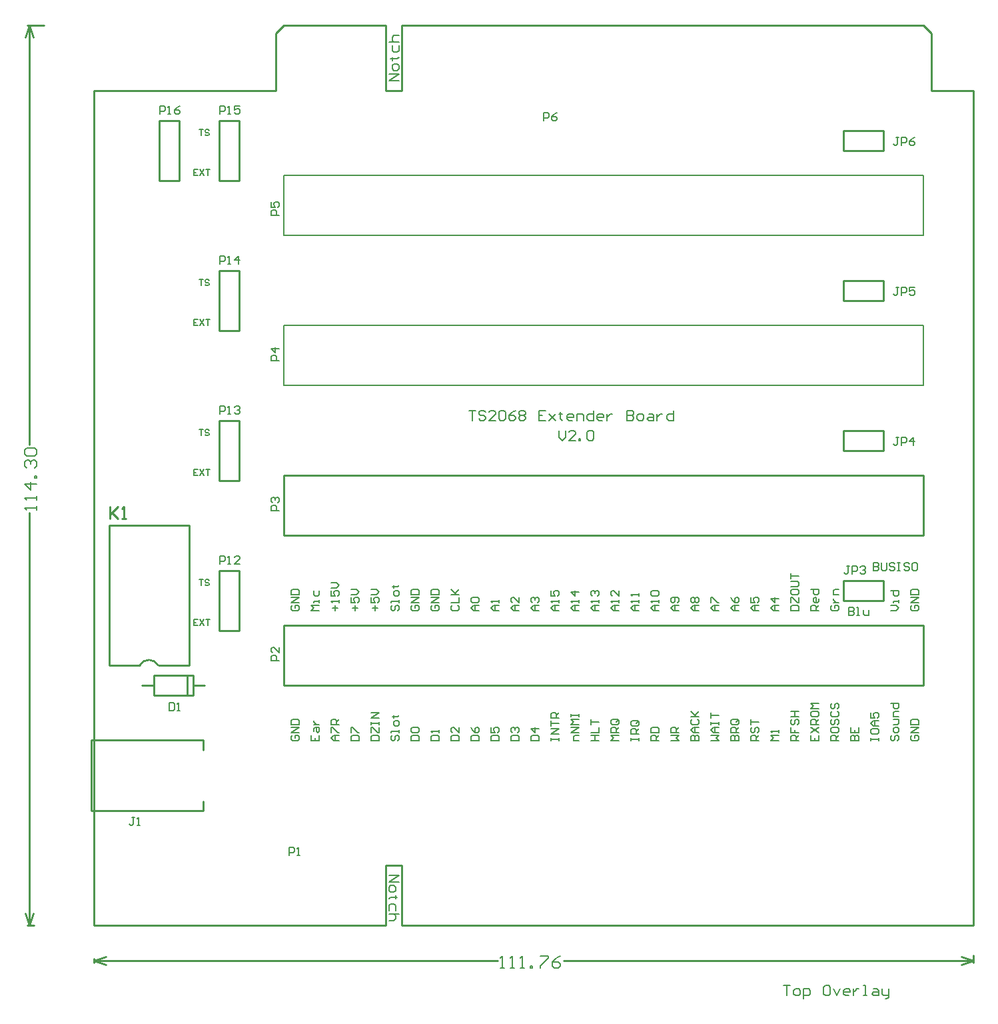
<source format=gto>
G04*
G04 #@! TF.GenerationSoftware,Altium Limited,CircuitStudio,1.5.2 (30)*
G04*
G04 Layer_Color=6750207*
%FSLAX25Y25*%
%MOIN*%
G70*
G01*
G75*
%ADD15C,0.00800*%
%ADD16C,0.01000*%
%ADD17C,0.00600*%
%ADD31C,0.00787*%
D15*
X617666Y441499D02*
X616333D01*
X616999D01*
Y438166D01*
X616333Y437500D01*
X615666D01*
X615000Y438166D01*
X618999Y437500D02*
Y441499D01*
X620998D01*
X621664Y440832D01*
Y439499D01*
X620998Y438833D01*
X618999D01*
X624997Y437500D02*
Y441499D01*
X622997Y439499D01*
X625663D01*
X617666Y516499D02*
X616333D01*
X616999D01*
Y513166D01*
X616333Y512500D01*
X615666D01*
X615000Y513166D01*
X618999Y512500D02*
Y516499D01*
X620998D01*
X621664Y515832D01*
Y514499D01*
X620998Y513833D01*
X618999D01*
X625663Y516499D02*
X622997D01*
Y514499D01*
X624330Y515166D01*
X624997D01*
X625663Y514499D01*
Y513166D01*
X624997Y512500D01*
X623664D01*
X622997Y513166D01*
X617666Y591499D02*
X616333D01*
X616999D01*
Y588166D01*
X616333Y587500D01*
X615666D01*
X615000Y588166D01*
X618999Y587500D02*
Y591499D01*
X620998D01*
X621664Y590832D01*
Y589499D01*
X620998Y588833D01*
X618999D01*
X625663Y591499D02*
X624330Y590832D01*
X622997Y589499D01*
Y588166D01*
X623664Y587500D01*
X624997D01*
X625663Y588166D01*
Y588833D01*
X624997Y589499D01*
X622997D01*
X252500Y308999D02*
Y305000D01*
X254499D01*
X255166Y305666D01*
Y308332D01*
X254499Y308999D01*
X252500D01*
X256499Y305000D02*
X257832D01*
X257165D01*
Y308999D01*
X256499Y308332D01*
X277800Y603300D02*
Y607299D01*
X279799D01*
X280466Y606632D01*
Y605299D01*
X279799Y604633D01*
X277800D01*
X281799Y603300D02*
X283132D01*
X282465D01*
Y607299D01*
X281799Y606632D01*
X287797Y607299D02*
X285131D01*
Y605299D01*
X286464Y605966D01*
X287130D01*
X287797Y605299D01*
Y603966D01*
X287130Y603300D01*
X285797D01*
X285131Y603966D01*
X247800Y603300D02*
Y607299D01*
X249799D01*
X250466Y606632D01*
Y605299D01*
X249799Y604633D01*
X247800D01*
X251799Y603300D02*
X253132D01*
X252465D01*
Y607299D01*
X251799Y606632D01*
X257797Y607299D02*
X256464Y606632D01*
X255131Y605299D01*
Y603966D01*
X255797Y603300D01*
X257130D01*
X257797Y603966D01*
Y604633D01*
X257130Y605299D01*
X255131D01*
X277800Y453300D02*
Y457299D01*
X279799D01*
X280466Y456632D01*
Y455299D01*
X279799Y454633D01*
X277800D01*
X281799Y453300D02*
X283132D01*
X282465D01*
Y457299D01*
X281799Y456632D01*
X285131D02*
X285797Y457299D01*
X287130D01*
X287797Y456632D01*
Y455966D01*
X287130Y455299D01*
X286464D01*
X287130D01*
X287797Y454633D01*
Y453966D01*
X287130Y453300D01*
X285797D01*
X285131Y453966D01*
X277800Y528300D02*
Y532299D01*
X279799D01*
X280466Y531632D01*
Y530299D01*
X279799Y529633D01*
X277800D01*
X281799Y528300D02*
X283132D01*
X282465D01*
Y532299D01*
X281799Y531632D01*
X287130Y528300D02*
Y532299D01*
X285131Y530299D01*
X287797D01*
X277800Y378300D02*
Y382299D01*
X279799D01*
X280466Y381632D01*
Y380299D01*
X279799Y379633D01*
X277800D01*
X281799Y378300D02*
X283132D01*
X282465D01*
Y382299D01*
X281799Y381632D01*
X287797Y378300D02*
X285131D01*
X287797Y380966D01*
Y381632D01*
X287130Y382299D01*
X285797D01*
X285131Y381632D01*
X592966Y377299D02*
X591633D01*
X592299D01*
Y373966D01*
X591633Y373300D01*
X590966D01*
X590300Y373966D01*
X594299Y373300D02*
Y377299D01*
X596298D01*
X596965Y376632D01*
Y375299D01*
X596298Y374633D01*
X594299D01*
X598297Y376632D02*
X598964Y377299D01*
X600297D01*
X600963Y376632D01*
Y375966D01*
X600297Y375299D01*
X599630D01*
X600297D01*
X600963Y374633D01*
Y373966D01*
X600297Y373300D01*
X598964D01*
X598297Y373966D01*
X307500Y552500D02*
X303501D01*
Y554499D01*
X304168Y555166D01*
X305501D01*
X306167Y554499D01*
Y552500D01*
X303501Y559164D02*
Y556499D01*
X305501D01*
X304834Y557832D01*
Y558498D01*
X305501Y559164D01*
X306834D01*
X307500Y558498D01*
Y557165D01*
X306834Y556499D01*
X307500Y480000D02*
X303501D01*
Y481999D01*
X304168Y482666D01*
X305501D01*
X306167Y481999D01*
Y480000D01*
X307500Y485998D02*
X303501D01*
X305501Y483999D01*
Y486664D01*
X307500Y405000D02*
X303501D01*
Y406999D01*
X304168Y407666D01*
X305501D01*
X306167Y406999D01*
Y405000D01*
X304168Y408999D02*
X303501Y409665D01*
Y410998D01*
X304168Y411664D01*
X304834D01*
X305501Y410998D01*
Y410332D01*
Y410998D01*
X306167Y411664D01*
X306834D01*
X307500Y410998D01*
Y409665D01*
X306834Y408999D01*
X307500Y330000D02*
X303501D01*
Y331999D01*
X304168Y332666D01*
X305501D01*
X306167Y331999D01*
Y330000D01*
X307500Y336665D02*
Y333999D01*
X304834Y336665D01*
X304168D01*
X303501Y335998D01*
Y334665D01*
X304168Y333999D01*
X440000Y600000D02*
Y603999D01*
X441999D01*
X442666Y603332D01*
Y601999D01*
X441999Y601333D01*
X440000D01*
X446664Y603999D02*
X445332Y603332D01*
X443999Y601999D01*
Y600666D01*
X444665Y600000D01*
X445998D01*
X446664Y600666D01*
Y601333D01*
X445998Y601999D01*
X443999D01*
X312500Y232500D02*
Y236499D01*
X314499D01*
X315166Y235832D01*
Y234499D01*
X314499Y233833D01*
X312500D01*
X316499Y232500D02*
X317832D01*
X317165D01*
Y236499D01*
X316499Y235832D01*
X235166Y251499D02*
X233833D01*
X234499D01*
Y248166D01*
X233833Y247500D01*
X233166D01*
X232500Y248166D01*
X236499Y247500D02*
X237832D01*
X237165D01*
Y251499D01*
X236499Y250832D01*
X447500Y444998D02*
Y441666D01*
X449166Y440000D01*
X450832Y441666D01*
Y444998D01*
X455831Y440000D02*
X452498D01*
X455831Y443332D01*
Y444165D01*
X454998Y444998D01*
X453331D01*
X452498Y444165D01*
X457497Y440000D02*
Y440833D01*
X458330D01*
Y440000D01*
X457497D01*
X461662Y444165D02*
X462495Y444998D01*
X464161D01*
X464994Y444165D01*
Y440833D01*
X464161Y440000D01*
X462495D01*
X461662Y440833D01*
Y444165D01*
X402500Y454998D02*
X405832D01*
X404166D01*
Y450000D01*
X410831Y454165D02*
X409998Y454998D01*
X408331D01*
X407498Y454165D01*
Y453332D01*
X408331Y452499D01*
X409998D01*
X410831Y451666D01*
Y450833D01*
X409998Y450000D01*
X408331D01*
X407498Y450833D01*
X415829Y450000D02*
X412497D01*
X415829Y453332D01*
Y454165D01*
X414996Y454998D01*
X413330D01*
X412497Y454165D01*
X417495D02*
X418328Y454998D01*
X419994D01*
X420827Y454165D01*
Y450833D01*
X419994Y450000D01*
X418328D01*
X417495Y450833D01*
Y454165D01*
X425826Y454998D02*
X424160Y454165D01*
X422494Y452499D01*
Y450833D01*
X423327Y450000D01*
X424993D01*
X425826Y450833D01*
Y451666D01*
X424993Y452499D01*
X422494D01*
X427492Y454165D02*
X428325Y454998D01*
X429991D01*
X430824Y454165D01*
Y453332D01*
X429991Y452499D01*
X430824Y451666D01*
Y450833D01*
X429991Y450000D01*
X428325D01*
X427492Y450833D01*
Y451666D01*
X428325Y452499D01*
X427492Y453332D01*
Y454165D01*
X428325Y452499D02*
X429991D01*
X440821Y454998D02*
X437489D01*
Y450000D01*
X440821D01*
X437489Y452499D02*
X439155D01*
X442487Y453332D02*
X445819Y450000D01*
X444153Y451666D01*
X445819Y453332D01*
X442487Y450000D01*
X448318Y454165D02*
Y453332D01*
X447485D01*
X449152D01*
X448318D01*
Y450833D01*
X449152Y450000D01*
X454150D02*
X452484D01*
X451651Y450833D01*
Y452499D01*
X452484Y453332D01*
X454150D01*
X454983Y452499D01*
Y451666D01*
X451651D01*
X456649Y450000D02*
Y453332D01*
X459148D01*
X459981Y452499D01*
Y450000D01*
X464980Y454998D02*
Y450000D01*
X462481D01*
X461648Y450833D01*
Y452499D01*
X462481Y453332D01*
X464980D01*
X469145Y450000D02*
X467479D01*
X466646Y450833D01*
Y452499D01*
X467479Y453332D01*
X469145D01*
X469978Y452499D01*
Y451666D01*
X466646D01*
X471644Y453332D02*
Y450000D01*
Y451666D01*
X472477Y452499D01*
X473310Y453332D01*
X474144D01*
X481641Y454998D02*
Y450000D01*
X484140D01*
X484973Y450833D01*
Y451666D01*
X484140Y452499D01*
X481641D01*
X484140D01*
X484973Y453332D01*
Y454165D01*
X484140Y454998D01*
X481641D01*
X487472Y450000D02*
X489139D01*
X489972Y450833D01*
Y452499D01*
X489139Y453332D01*
X487472D01*
X486639Y452499D01*
Y450833D01*
X487472Y450000D01*
X492471Y453332D02*
X494137D01*
X494970Y452499D01*
Y450000D01*
X492471D01*
X491638Y450833D01*
X492471Y451666D01*
X494970D01*
X496636Y453332D02*
Y450000D01*
Y451666D01*
X497469Y452499D01*
X498302Y453332D01*
X499135D01*
X504967Y454998D02*
Y450000D01*
X502468D01*
X501635Y450833D01*
Y452499D01*
X502468Y453332D01*
X504967D01*
X327500Y355000D02*
X323501D01*
X324834Y356333D01*
X323501Y357666D01*
X327500D01*
Y358999D02*
Y360332D01*
Y359665D01*
X324834D01*
Y358999D01*
Y364997D02*
Y362998D01*
X325501Y362331D01*
X326834D01*
X327500Y362998D01*
Y364997D01*
X613501Y355000D02*
X616167D01*
X617500Y356333D01*
X616167Y357666D01*
X613501D01*
X617500Y358999D02*
Y360332D01*
Y359665D01*
X614834D01*
Y358999D01*
X613501Y364997D02*
X617500D01*
Y362998D01*
X616834Y362331D01*
X615501D01*
X614834Y362998D01*
Y364997D01*
X592500Y356499D02*
Y352500D01*
X594499D01*
X595166Y353166D01*
Y353833D01*
X594499Y354499D01*
X592500D01*
X594499D01*
X595166Y355166D01*
Y355832D01*
X594499Y356499D01*
X592500D01*
X596499Y352500D02*
X597832D01*
X597165D01*
Y356499D01*
X596499D01*
X599831Y355166D02*
Y353166D01*
X600497Y352500D01*
X602497D01*
Y355166D01*
X584168Y357666D02*
X583501Y356999D01*
Y355666D01*
X584168Y355000D01*
X586834D01*
X587500Y355666D01*
Y356999D01*
X586834Y357666D01*
X585501D01*
Y356333D01*
X584834Y358999D02*
X587500D01*
X586167D01*
X585501Y359665D01*
X584834Y360332D01*
Y360998D01*
X587500Y362998D02*
X584834D01*
Y364997D01*
X585501Y365663D01*
X587500D01*
X577500Y355000D02*
X573501D01*
Y356999D01*
X574168Y357666D01*
X575501D01*
X576167Y356999D01*
Y355000D01*
Y356333D02*
X577500Y357666D01*
Y360998D02*
Y359665D01*
X576834Y358999D01*
X575501D01*
X574834Y359665D01*
Y360998D01*
X575501Y361665D01*
X576167D01*
Y358999D01*
X573501Y365663D02*
X577500D01*
Y363664D01*
X576834Y362998D01*
X575501D01*
X574834Y363664D01*
Y365663D01*
X364168Y357666D02*
X363501Y356999D01*
Y355666D01*
X364168Y355000D01*
X364834D01*
X365501Y355666D01*
Y356999D01*
X366167Y357666D01*
X366834D01*
X367500Y356999D01*
Y355666D01*
X366834Y355000D01*
X367500Y358999D02*
Y360332D01*
Y359665D01*
X363501D01*
Y358999D01*
X367500Y362998D02*
Y364330D01*
X366834Y364997D01*
X365501D01*
X364834Y364330D01*
Y362998D01*
X365501Y362331D01*
X366834D01*
X367500Y362998D01*
X364168Y366996D02*
X364834D01*
Y366330D01*
Y367663D01*
Y366996D01*
X366834D01*
X367500Y367663D01*
X355501Y355000D02*
Y357666D01*
X354168Y356333D02*
X356834D01*
X353501Y361665D02*
Y358999D01*
X355501D01*
X354834Y360332D01*
Y360998D01*
X355501Y361665D01*
X356834D01*
X357500Y360998D01*
Y359665D01*
X356834Y358999D01*
X353501Y362998D02*
X356167D01*
X357500Y364330D01*
X356167Y365663D01*
X353501D01*
X314168Y357666D02*
X313501Y356999D01*
Y355666D01*
X314168Y355000D01*
X316834D01*
X317500Y355666D01*
Y356999D01*
X316834Y357666D01*
X315501D01*
Y356333D01*
X317500Y358999D02*
X313501D01*
X317500Y361665D01*
X313501D01*
Y362998D02*
X317500D01*
Y364997D01*
X316834Y365663D01*
X314168D01*
X313501Y364997D01*
Y362998D01*
X345501Y355000D02*
Y357666D01*
X344168Y356333D02*
X346834D01*
X343501Y361665D02*
Y358999D01*
X345501D01*
X344834Y360332D01*
Y360998D01*
X345501Y361665D01*
X346834D01*
X347500Y360998D01*
Y359665D01*
X346834Y358999D01*
X343501Y362998D02*
X346167D01*
X347500Y364330D01*
X346167Y365663D01*
X343501D01*
X374168Y357666D02*
X373501Y356999D01*
Y355666D01*
X374168Y355000D01*
X376834D01*
X377500Y355666D01*
Y356999D01*
X376834Y357666D01*
X375501D01*
Y356333D01*
X377500Y358999D02*
X373501D01*
X377500Y361665D01*
X373501D01*
Y362998D02*
X377500D01*
Y364997D01*
X376834Y365663D01*
X374168D01*
X373501Y364997D01*
Y362998D01*
X384168Y357666D02*
X383501Y356999D01*
Y355666D01*
X384168Y355000D01*
X386834D01*
X387500Y355666D01*
Y356999D01*
X386834Y357666D01*
X385501D01*
Y356333D01*
X387500Y358999D02*
X383501D01*
X387500Y361665D01*
X383501D01*
Y362998D02*
X387500D01*
Y364997D01*
X386834Y365663D01*
X384168D01*
X383501Y364997D01*
Y362998D01*
X394168Y357666D02*
X393501Y356999D01*
Y355666D01*
X394168Y355000D01*
X396834D01*
X397500Y355666D01*
Y356999D01*
X396834Y357666D01*
X393501Y358999D02*
X397500D01*
Y361665D01*
X393501Y362998D02*
X397500D01*
X396167D01*
X393501Y365663D01*
X395501Y363664D01*
X397500Y365663D01*
X407500Y355000D02*
X404834D01*
X403501Y356333D01*
X404834Y357666D01*
X407500D01*
X405501D01*
Y355000D01*
X404168Y358999D02*
X403501Y359665D01*
Y360998D01*
X404168Y361665D01*
X406834D01*
X407500Y360998D01*
Y359665D01*
X406834Y358999D01*
X404168D01*
X417500Y355000D02*
X414834D01*
X413501Y356333D01*
X414834Y357666D01*
X417500D01*
X415501D01*
Y355000D01*
X417500Y358999D02*
Y360332D01*
Y359665D01*
X413501D01*
X414168Y358999D01*
X427500Y355000D02*
X424834D01*
X423501Y356333D01*
X424834Y357666D01*
X427500D01*
X425501D01*
Y355000D01*
X427500Y361665D02*
Y358999D01*
X424834Y361665D01*
X424168D01*
X423501Y360998D01*
Y359665D01*
X424168Y358999D01*
X437500Y355000D02*
X434834D01*
X433501Y356333D01*
X434834Y357666D01*
X437500D01*
X435501D01*
Y355000D01*
X434168Y358999D02*
X433501Y359665D01*
Y360998D01*
X434168Y361665D01*
X434834D01*
X435501Y360998D01*
Y360332D01*
Y360998D01*
X436167Y361665D01*
X436834D01*
X437500Y360998D01*
Y359665D01*
X436834Y358999D01*
X447500Y355000D02*
X444834D01*
X443501Y356333D01*
X444834Y357666D01*
X447500D01*
X445501D01*
Y355000D01*
X447500Y358999D02*
Y360332D01*
Y359665D01*
X443501D01*
X444168Y358999D01*
X443501Y364997D02*
Y362331D01*
X445501D01*
X444834Y363664D01*
Y364330D01*
X445501Y364997D01*
X446834D01*
X447500Y364330D01*
Y362998D01*
X446834Y362331D01*
X457500Y355000D02*
X454834D01*
X453501Y356333D01*
X454834Y357666D01*
X457500D01*
X455501D01*
Y355000D01*
X457500Y358999D02*
Y360332D01*
Y359665D01*
X453501D01*
X454168Y358999D01*
X457500Y364330D02*
X453501D01*
X455501Y362331D01*
Y364997D01*
X467500Y355000D02*
X464834D01*
X463501Y356333D01*
X464834Y357666D01*
X467500D01*
X465501D01*
Y355000D01*
X467500Y358999D02*
Y360332D01*
Y359665D01*
X463501D01*
X464168Y358999D01*
Y362331D02*
X463501Y362998D01*
Y364330D01*
X464168Y364997D01*
X464834D01*
X465501Y364330D01*
Y363664D01*
Y364330D01*
X466167Y364997D01*
X466834D01*
X467500Y364330D01*
Y362998D01*
X466834Y362331D01*
X477500Y355000D02*
X474834D01*
X473501Y356333D01*
X474834Y357666D01*
X477500D01*
X475501D01*
Y355000D01*
X477500Y358999D02*
Y360332D01*
Y359665D01*
X473501D01*
X474168Y358999D01*
X477500Y364997D02*
Y362331D01*
X474834Y364997D01*
X474168D01*
X473501Y364330D01*
Y362998D01*
X474168Y362331D01*
X487500Y355000D02*
X484834D01*
X483501Y356333D01*
X484834Y357666D01*
X487500D01*
X485501D01*
Y355000D01*
X487500Y358999D02*
Y360332D01*
Y359665D01*
X483501D01*
X484168Y358999D01*
X487500Y362331D02*
Y363664D01*
Y362998D01*
X483501D01*
X484168Y362331D01*
X497500Y355000D02*
X494834D01*
X493501Y356333D01*
X494834Y357666D01*
X497500D01*
X495501D01*
Y355000D01*
X497500Y358999D02*
Y360332D01*
Y359665D01*
X493501D01*
X494168Y358999D01*
Y362331D02*
X493501Y362998D01*
Y364330D01*
X494168Y364997D01*
X496834D01*
X497500Y364330D01*
Y362998D01*
X496834Y362331D01*
X494168D01*
X507500Y355000D02*
X504834D01*
X503501Y356333D01*
X504834Y357666D01*
X507500D01*
X505501D01*
Y355000D01*
X506834Y358999D02*
X507500Y359665D01*
Y360998D01*
X506834Y361665D01*
X504168D01*
X503501Y360998D01*
Y359665D01*
X504168Y358999D01*
X504834D01*
X505501Y359665D01*
Y361665D01*
X517500Y355000D02*
X514834D01*
X513501Y356333D01*
X514834Y357666D01*
X517500D01*
X515501D01*
Y355000D01*
X514168Y358999D02*
X513501Y359665D01*
Y360998D01*
X514168Y361665D01*
X514834D01*
X515501Y360998D01*
X516167Y361665D01*
X516834D01*
X517500Y360998D01*
Y359665D01*
X516834Y358999D01*
X516167D01*
X515501Y359665D01*
X514834Y358999D01*
X514168D01*
X515501Y359665D02*
Y360998D01*
X527500Y355000D02*
X524834D01*
X523501Y356333D01*
X524834Y357666D01*
X527500D01*
X525501D01*
Y355000D01*
X523501Y358999D02*
Y361665D01*
X524168D01*
X526834Y358999D01*
X527500D01*
X537500Y355000D02*
X534834D01*
X533501Y356333D01*
X534834Y357666D01*
X537500D01*
X535501D01*
Y355000D01*
X533501Y361665D02*
X534168Y360332D01*
X535501Y358999D01*
X536834D01*
X537500Y359665D01*
Y360998D01*
X536834Y361665D01*
X536167D01*
X535501Y360998D01*
Y358999D01*
X547500Y355000D02*
X544834D01*
X543501Y356333D01*
X544834Y357666D01*
X547500D01*
X545501D01*
Y355000D01*
X543501Y361665D02*
Y358999D01*
X545501D01*
X544834Y360332D01*
Y360998D01*
X545501Y361665D01*
X546834D01*
X547500Y360998D01*
Y359665D01*
X546834Y358999D01*
X557500Y355000D02*
X554834D01*
X553501Y356333D01*
X554834Y357666D01*
X557500D01*
X555501D01*
Y355000D01*
X557500Y360998D02*
X553501D01*
X555501Y358999D01*
Y361665D01*
X335501Y355000D02*
Y357666D01*
X334168Y356333D02*
X336834D01*
X337500Y358999D02*
Y360332D01*
Y359665D01*
X333501D01*
X334168Y358999D01*
X333501Y364997D02*
Y362331D01*
X335501D01*
X334834Y363664D01*
Y364330D01*
X335501Y364997D01*
X336834D01*
X337500Y364330D01*
Y362998D01*
X336834Y362331D01*
X333501Y366330D02*
X336167D01*
X337500Y367663D01*
X336167Y368995D01*
X333501D01*
X563501Y355000D02*
X567500D01*
Y356999D01*
X566834Y357666D01*
X564168D01*
X563501Y356999D01*
Y355000D01*
Y358999D02*
Y361665D01*
X564168D01*
X566834Y358999D01*
X567500D01*
Y361665D01*
X563501Y364997D02*
Y363664D01*
X564168Y362997D01*
X566834D01*
X567500Y363664D01*
Y364997D01*
X566834Y365663D01*
X564168D01*
X563501Y364997D01*
Y366996D02*
X566834D01*
X567500Y367663D01*
Y368995D01*
X566834Y369662D01*
X563501D01*
Y370995D02*
Y373661D01*
Y372328D01*
X567500D01*
X605000Y378999D02*
Y375000D01*
X606999D01*
X607666Y375666D01*
Y376333D01*
X606999Y376999D01*
X605000D01*
X606999D01*
X607666Y377666D01*
Y378332D01*
X606999Y378999D01*
X605000D01*
X608999D02*
Y375666D01*
X609665Y375000D01*
X610998D01*
X611664Y375666D01*
Y378999D01*
X615663Y378332D02*
X614997Y378999D01*
X613664D01*
X612997Y378332D01*
Y377666D01*
X613664Y376999D01*
X614997D01*
X615663Y376333D01*
Y375666D01*
X614997Y375000D01*
X613664D01*
X612997Y375666D01*
X616996Y378999D02*
X618329D01*
X617663D01*
Y375000D01*
X616996D01*
X618329D01*
X622994Y378332D02*
X622328Y378999D01*
X620995D01*
X620328Y378332D01*
Y377666D01*
X620995Y376999D01*
X622328D01*
X622994Y376333D01*
Y375666D01*
X622328Y375000D01*
X620995D01*
X620328Y375666D01*
X626327Y378999D02*
X624994D01*
X624327Y378332D01*
Y375666D01*
X624994Y375000D01*
X626327D01*
X626993Y375666D01*
Y378332D01*
X626327Y378999D01*
X624168Y357666D02*
X623501Y356999D01*
Y355666D01*
X624168Y355000D01*
X626834D01*
X627500Y355666D01*
Y356999D01*
X626834Y357666D01*
X625501D01*
Y356333D01*
X627500Y358999D02*
X623501D01*
X627500Y361665D01*
X623501D01*
Y362998D02*
X627500D01*
Y364997D01*
X626834Y365663D01*
X624168D01*
X623501Y364997D01*
Y362998D01*
X557500Y290000D02*
X553501D01*
X554834Y291333D01*
X553501Y292666D01*
X557500D01*
Y293999D02*
Y295332D01*
Y294665D01*
X553501D01*
X554168Y293999D01*
X533501Y290000D02*
X537500D01*
Y291999D01*
X536834Y292666D01*
X536167D01*
X535501Y291999D01*
Y290000D01*
Y291999D01*
X534834Y292666D01*
X534168D01*
X533501Y291999D01*
Y290000D01*
X537500Y293999D02*
X533501D01*
Y295998D01*
X534168Y296665D01*
X535501D01*
X536167Y295998D01*
Y293999D01*
Y295332D02*
X537500Y296665D01*
X536834Y300663D02*
X534168D01*
X533501Y299997D01*
Y298664D01*
X534168Y297997D01*
X536834D01*
X537500Y298664D01*
Y299997D01*
X536167Y299330D02*
X537500Y300663D01*
Y299997D02*
X536834Y300663D01*
X523501Y290000D02*
X527500D01*
X526167Y291333D01*
X527500Y292666D01*
X523501D01*
X527500Y293999D02*
X524834D01*
X523501Y295332D01*
X524834Y296665D01*
X527500D01*
X525501D01*
Y293999D01*
X523501Y297997D02*
Y299330D01*
Y298664D01*
X527500D01*
Y297997D01*
Y299330D01*
X523501Y301330D02*
Y303995D01*
Y302663D01*
X527500D01*
X513501Y290000D02*
X517500D01*
Y291999D01*
X516834Y292666D01*
X516167D01*
X515501Y291999D01*
Y290000D01*
Y291999D01*
X514834Y292666D01*
X514168D01*
X513501Y291999D01*
Y290000D01*
X517500Y293999D02*
X514834D01*
X513501Y295332D01*
X514834Y296665D01*
X517500D01*
X515501D01*
Y293999D01*
X514168Y300663D02*
X513501Y299997D01*
Y298664D01*
X514168Y297997D01*
X516834D01*
X517500Y298664D01*
Y299997D01*
X516834Y300663D01*
X513501Y301996D02*
X517500D01*
X516167D01*
X513501Y304662D01*
X515501Y302663D01*
X517500Y304662D01*
X463501Y290000D02*
X467500D01*
X465501D01*
Y292666D01*
X463501D01*
X467500D01*
X463501Y293999D02*
X467500D01*
Y296665D01*
X463501Y297997D02*
Y300663D01*
Y299330D01*
X467500D01*
X443501Y290000D02*
Y291333D01*
Y290667D01*
X447500D01*
Y290000D01*
Y291333D01*
Y293332D02*
X443501D01*
X447500Y295998D01*
X443501D01*
Y297331D02*
Y299997D01*
Y298664D01*
X447500D01*
Y301330D02*
X443501D01*
Y303329D01*
X444168Y303995D01*
X445501D01*
X446167Y303329D01*
Y301330D01*
Y302663D02*
X447500Y303995D01*
X567500Y290000D02*
X563501D01*
Y291999D01*
X564168Y292666D01*
X565501D01*
X566167Y291999D01*
Y290000D01*
Y291333D02*
X567500Y292666D01*
X563501Y296665D02*
Y293999D01*
X565501D01*
Y295332D01*
Y293999D01*
X567500D01*
X564168Y300663D02*
X563501Y299997D01*
Y298664D01*
X564168Y297997D01*
X564834D01*
X565501Y298664D01*
Y299997D01*
X566167Y300663D01*
X566834D01*
X567500Y299997D01*
Y298664D01*
X566834Y297997D01*
X563501Y301996D02*
X567500D01*
X565501D01*
Y304662D01*
X563501D01*
X567500D01*
X603501Y290000D02*
Y291333D01*
Y290667D01*
X607500D01*
Y290000D01*
Y291333D01*
X603501Y295332D02*
Y293999D01*
X604168Y293332D01*
X606834D01*
X607500Y293999D01*
Y295332D01*
X606834Y295998D01*
X604168D01*
X603501Y295332D01*
X607500Y297331D02*
X604834D01*
X603501Y298664D01*
X604834Y299997D01*
X607500D01*
X605501D01*
Y297331D01*
X603501Y303995D02*
Y301330D01*
X605501D01*
X604834Y302663D01*
Y303329D01*
X605501Y303995D01*
X606834D01*
X607500Y303329D01*
Y301996D01*
X606834Y301330D01*
X323501Y292666D02*
Y290000D01*
X327500D01*
Y292666D01*
X325501Y290000D02*
Y291333D01*
X324834Y294665D02*
Y295998D01*
X325501Y296665D01*
X327500D01*
Y294665D01*
X326834Y293999D01*
X326167Y294665D01*
Y296665D01*
X324834Y297997D02*
X327500D01*
X326167D01*
X325501Y298664D01*
X324834Y299330D01*
Y299997D01*
X614168Y292666D02*
X613501Y291999D01*
Y290667D01*
X614168Y290000D01*
X614834D01*
X615501Y290667D01*
Y291999D01*
X616167Y292666D01*
X616834D01*
X617500Y291999D01*
Y290667D01*
X616834Y290000D01*
X617500Y294665D02*
Y295998D01*
X616834Y296665D01*
X615501D01*
X614834Y295998D01*
Y294665D01*
X615501Y293999D01*
X616834D01*
X617500Y294665D01*
X614834Y297997D02*
X616834D01*
X617500Y298664D01*
Y300663D01*
X614834D01*
X617500Y301996D02*
X614834D01*
Y303995D01*
X615501Y304662D01*
X617500D01*
X613501Y308661D02*
X617500D01*
Y306661D01*
X616834Y305995D01*
X615501D01*
X614834Y306661D01*
Y308661D01*
X593501Y290000D02*
X597500D01*
Y291999D01*
X596834Y292666D01*
X596167D01*
X595501Y291999D01*
Y290000D01*
Y291999D01*
X594834Y292666D01*
X594168D01*
X593501Y291999D01*
Y290000D01*
Y296665D02*
Y293999D01*
X597500D01*
Y296665D01*
X595501Y293999D02*
Y295332D01*
X587500Y290000D02*
X583501D01*
Y291999D01*
X584168Y292666D01*
X585501D01*
X586167Y291999D01*
Y290000D01*
Y291333D02*
X587500Y292666D01*
X583501Y295998D02*
Y294665D01*
X584168Y293999D01*
X586834D01*
X587500Y294665D01*
Y295998D01*
X586834Y296665D01*
X584168D01*
X583501Y295998D01*
X584168Y300663D02*
X583501Y299997D01*
Y298664D01*
X584168Y297997D01*
X584834D01*
X585501Y298664D01*
Y299997D01*
X586167Y300663D01*
X586834D01*
X587500Y299997D01*
Y298664D01*
X586834Y297997D01*
X584168Y304662D02*
X583501Y303995D01*
Y302663D01*
X584168Y301996D01*
X586834D01*
X587500Y302663D01*
Y303995D01*
X586834Y304662D01*
X584168Y308661D02*
X583501Y307994D01*
Y306661D01*
X584168Y305995D01*
X584834D01*
X585501Y306661D01*
Y307994D01*
X586167Y308661D01*
X586834D01*
X587500Y307994D01*
Y306661D01*
X586834Y305995D01*
X573501Y292666D02*
Y290000D01*
X577500D01*
Y292666D01*
X575501Y290000D02*
Y291333D01*
X573501Y293999D02*
X577500Y296665D01*
X573501D02*
X577500Y293999D01*
Y297997D02*
X573501D01*
Y299997D01*
X574168Y300663D01*
X575501D01*
X576167Y299997D01*
Y297997D01*
Y299330D02*
X577500Y300663D01*
X573501Y303995D02*
Y302663D01*
X574168Y301996D01*
X576834D01*
X577500Y302663D01*
Y303995D01*
X576834Y304662D01*
X574168D01*
X573501Y303995D01*
X577500Y305995D02*
X573501D01*
X574834Y307328D01*
X573501Y308661D01*
X577500D01*
X547500Y290000D02*
X543501D01*
Y291999D01*
X544168Y292666D01*
X545501D01*
X546167Y291999D01*
Y290000D01*
Y291333D02*
X547500Y292666D01*
X544168Y296665D02*
X543501Y295998D01*
Y294665D01*
X544168Y293999D01*
X544834D01*
X545501Y294665D01*
Y295998D01*
X546167Y296665D01*
X546834D01*
X547500Y295998D01*
Y294665D01*
X546834Y293999D01*
X543501Y297997D02*
Y300663D01*
Y299330D01*
X547500D01*
X503501Y290000D02*
X507500D01*
X506167Y291333D01*
X507500Y292666D01*
X503501D01*
X507500Y293999D02*
X503501D01*
Y295998D01*
X504168Y296665D01*
X505501D01*
X506167Y295998D01*
Y293999D01*
Y295332D02*
X507500Y296665D01*
X497500Y290000D02*
X493501D01*
Y291999D01*
X494168Y292666D01*
X495501D01*
X496167Y291999D01*
Y290000D01*
Y291333D02*
X497500Y292666D01*
X493501Y293999D02*
X497500D01*
Y295998D01*
X496834Y296665D01*
X494168D01*
X493501Y295998D01*
Y293999D01*
X483501Y290000D02*
Y291333D01*
Y290667D01*
X487500D01*
Y290000D01*
Y291333D01*
Y293332D02*
X483501D01*
Y295332D01*
X484168Y295998D01*
X485501D01*
X486167Y295332D01*
Y293332D01*
Y294665D02*
X487500Y295998D01*
X486834Y299997D02*
X484168D01*
X483501Y299330D01*
Y297997D01*
X484168Y297331D01*
X486834D01*
X487500Y297997D01*
Y299330D01*
X486167Y298664D02*
X487500Y299997D01*
Y299330D02*
X486834Y299997D01*
X477500Y290000D02*
X473501D01*
X474834Y291333D01*
X473501Y292666D01*
X477500D01*
Y293999D02*
X473501D01*
Y295998D01*
X474168Y296665D01*
X475501D01*
X476167Y295998D01*
Y293999D01*
Y295332D02*
X477500Y296665D01*
X476834Y300663D02*
X474168D01*
X473501Y299997D01*
Y298664D01*
X474168Y297997D01*
X476834D01*
X477500Y298664D01*
Y299997D01*
X476167Y299330D02*
X477500Y300663D01*
Y299997D02*
X476834Y300663D01*
X457500Y290000D02*
X454834D01*
Y291999D01*
X455501Y292666D01*
X457500D01*
Y293999D02*
X453501D01*
X457500Y296665D01*
X453501D01*
X457500Y297997D02*
X453501D01*
X454834Y299330D01*
X453501Y300663D01*
X457500D01*
X453501Y301996D02*
Y303329D01*
Y302663D01*
X457500D01*
Y301996D01*
Y303329D01*
X433501Y290000D02*
X437500D01*
Y291999D01*
X436834Y292666D01*
X434168D01*
X433501Y291999D01*
Y290000D01*
X437500Y295998D02*
X433501D01*
X435501Y293999D01*
Y296665D01*
X423501Y290000D02*
X427500D01*
Y291999D01*
X426834Y292666D01*
X424168D01*
X423501Y291999D01*
Y290000D01*
X424168Y293999D02*
X423501Y294665D01*
Y295998D01*
X424168Y296665D01*
X424834D01*
X425501Y295998D01*
Y295332D01*
Y295998D01*
X426167Y296665D01*
X426834D01*
X427500Y295998D01*
Y294665D01*
X426834Y293999D01*
X413501Y290000D02*
X417500D01*
Y291999D01*
X416834Y292666D01*
X414168D01*
X413501Y291999D01*
Y290000D01*
Y296665D02*
Y293999D01*
X415501D01*
X414834Y295332D01*
Y295998D01*
X415501Y296665D01*
X416834D01*
X417500Y295998D01*
Y294665D01*
X416834Y293999D01*
X403501Y290000D02*
X407500D01*
Y291999D01*
X406834Y292666D01*
X404168D01*
X403501Y291999D01*
Y290000D01*
Y296665D02*
X404168Y295332D01*
X405501Y293999D01*
X406834D01*
X407500Y294665D01*
Y295998D01*
X406834Y296665D01*
X406167D01*
X405501Y295998D01*
Y293999D01*
X393501Y290000D02*
X397500D01*
Y291999D01*
X396834Y292666D01*
X394168D01*
X393501Y291999D01*
Y290000D01*
X397500Y296665D02*
Y293999D01*
X394834Y296665D01*
X394168D01*
X393501Y295998D01*
Y294665D01*
X394168Y293999D01*
X383501Y290000D02*
X387500D01*
Y291999D01*
X386834Y292666D01*
X384168D01*
X383501Y291999D01*
Y290000D01*
X387500Y293999D02*
Y295332D01*
Y294665D01*
X383501D01*
X384168Y293999D01*
X373501Y290000D02*
X377500D01*
Y291999D01*
X376834Y292666D01*
X374168D01*
X373501Y291999D01*
Y290000D01*
X374168Y293999D02*
X373501Y294665D01*
Y295998D01*
X374168Y296665D01*
X376834D01*
X377500Y295998D01*
Y294665D01*
X376834Y293999D01*
X374168D01*
X343501Y290000D02*
X347500D01*
Y291999D01*
X346834Y292666D01*
X344168D01*
X343501Y291999D01*
Y290000D01*
Y293999D02*
Y296665D01*
X344168D01*
X346834Y293999D01*
X347500D01*
X337500Y290000D02*
X334834D01*
X333501Y291333D01*
X334834Y292666D01*
X337500D01*
X335501D01*
Y290000D01*
X333501Y293999D02*
Y296665D01*
X334168D01*
X336834Y293999D01*
X337500D01*
Y297997D02*
X333501D01*
Y299997D01*
X334168Y300663D01*
X335501D01*
X336167Y299997D01*
Y297997D01*
Y299330D02*
X337500Y300663D01*
X314168Y292666D02*
X313501Y291999D01*
Y290667D01*
X314168Y290000D01*
X316834D01*
X317500Y290667D01*
Y291999D01*
X316834Y292666D01*
X315501D01*
Y291333D01*
X317500Y293999D02*
X313501D01*
X317500Y296665D01*
X313501D01*
Y297997D02*
X317500D01*
Y299997D01*
X316834Y300663D01*
X314168D01*
X313501Y299997D01*
Y297997D01*
X353501Y290000D02*
X357500D01*
Y291999D01*
X356834Y292666D01*
X354168D01*
X353501Y291999D01*
Y290000D01*
Y293999D02*
Y296665D01*
X354168D01*
X356834Y293999D01*
X357500D01*
Y296665D01*
X353501Y297997D02*
Y299330D01*
Y298664D01*
X357500D01*
Y297997D01*
Y299330D01*
Y301330D02*
X353501D01*
X357500Y303995D01*
X353501D01*
X364168Y292666D02*
X363501Y291999D01*
Y290667D01*
X364168Y290000D01*
X364834D01*
X365501Y290667D01*
Y291999D01*
X366167Y292666D01*
X366834D01*
X367500Y291999D01*
Y290667D01*
X366834Y290000D01*
X367500Y293999D02*
Y295332D01*
Y294665D01*
X363501D01*
Y293999D01*
X367500Y297997D02*
Y299330D01*
X366834Y299997D01*
X365501D01*
X364834Y299330D01*
Y297997D01*
X365501Y297331D01*
X366834D01*
X367500Y297997D01*
X364168Y301996D02*
X364834D01*
Y301330D01*
Y302663D01*
Y301996D01*
X366834D01*
X367500Y302663D01*
X624168Y292666D02*
X623501Y291999D01*
Y290667D01*
X624168Y290000D01*
X626834D01*
X627500Y290667D01*
Y291999D01*
X626834Y292666D01*
X625501D01*
Y291333D01*
X627500Y293999D02*
X623501D01*
X627500Y296665D01*
X623501D01*
Y297997D02*
X627500D01*
Y299997D01*
X626834Y300663D01*
X624168D01*
X623501Y299997D01*
Y297997D01*
X267500Y595499D02*
X269499D01*
X268500D01*
Y592500D01*
X272498Y594999D02*
X271999Y595499D01*
X270999D01*
X270499Y594999D01*
Y594499D01*
X270999Y593999D01*
X271999D01*
X272498Y593500D01*
Y593000D01*
X271999Y592500D01*
X270999D01*
X270499Y593000D01*
X267500Y520499D02*
X269499D01*
X268500D01*
Y517500D01*
X272498Y519999D02*
X271999Y520499D01*
X270999D01*
X270499Y519999D01*
Y519499D01*
X270999Y518999D01*
X271999D01*
X272498Y518500D01*
Y518000D01*
X271999Y517500D01*
X270999D01*
X270499Y518000D01*
X267500Y445499D02*
X269499D01*
X268500D01*
Y442500D01*
X272498Y444999D02*
X271999Y445499D01*
X270999D01*
X270499Y444999D01*
Y444499D01*
X270999Y443999D01*
X271999D01*
X272498Y443500D01*
Y443000D01*
X271999Y442500D01*
X270999D01*
X270499Y443000D01*
X267500Y370499D02*
X269499D01*
X268500D01*
Y367500D01*
X272498Y369999D02*
X271999Y370499D01*
X270999D01*
X270499Y369999D01*
Y369499D01*
X270999Y369000D01*
X271999D01*
X272498Y368500D01*
Y368000D01*
X271999Y367500D01*
X270999D01*
X270499Y368000D01*
X266999Y575499D02*
X265000D01*
Y572500D01*
X266999D01*
X265000Y574000D02*
X266000D01*
X267999Y575499D02*
X269998Y572500D01*
Y575499D02*
X267999Y572500D01*
X270998Y575499D02*
X272997D01*
X271998D01*
Y572500D01*
X266999Y500499D02*
X265000D01*
Y497500D01*
X266999D01*
X265000Y499000D02*
X266000D01*
X267999Y500499D02*
X269998Y497500D01*
Y500499D02*
X267999Y497500D01*
X270998Y500499D02*
X272997D01*
X271998D01*
Y497500D01*
X266999Y425499D02*
X265000D01*
Y422500D01*
X266999D01*
X265000Y424000D02*
X266000D01*
X267999Y425499D02*
X269998Y422500D01*
Y425499D02*
X267999Y422500D01*
X270998Y425499D02*
X272997D01*
X271998D01*
Y422500D01*
X266999Y350499D02*
X265000D01*
Y347500D01*
X266999D01*
X265000Y349000D02*
X266000D01*
X267999Y350499D02*
X269998Y347500D01*
Y350499D02*
X267999Y347500D01*
X270998Y350499D02*
X272997D01*
X271998D01*
Y347500D01*
X560000Y167498D02*
X563332D01*
X561666D01*
Y162500D01*
X565831D02*
X567498D01*
X568331Y163333D01*
Y164999D01*
X567498Y165832D01*
X565831D01*
X564998Y164999D01*
Y163333D01*
X565831Y162500D01*
X569997Y160834D02*
Y165832D01*
X572496D01*
X573329Y164999D01*
Y163333D01*
X572496Y162500D01*
X569997D01*
X582493Y167498D02*
X580827D01*
X579993Y166665D01*
Y163333D01*
X580827Y162500D01*
X582493D01*
X583326Y163333D01*
Y166665D01*
X582493Y167498D01*
X584992Y165832D02*
X586658Y162500D01*
X588324Y165832D01*
X592489Y162500D02*
X590823D01*
X589990Y163333D01*
Y164999D01*
X590823Y165832D01*
X592489D01*
X593323Y164999D01*
Y164166D01*
X589990D01*
X594989Y165832D02*
Y162500D01*
Y164166D01*
X595822Y164999D01*
X596655Y165832D01*
X597488D01*
X599987Y162500D02*
X601653D01*
X600820D01*
Y167498D01*
X599987D01*
X604985Y165832D02*
X606652D01*
X607485Y164999D01*
Y162500D01*
X604985D01*
X604152Y163333D01*
X604985Y164166D01*
X607485D01*
X609151Y165832D02*
Y163333D01*
X609984Y162500D01*
X612483D01*
Y161667D01*
X611650Y160834D01*
X610817D01*
X612483Y162500D02*
Y165832D01*
X367500Y620000D02*
X362502D01*
X367500Y623332D01*
X362502D01*
X367500Y625831D02*
Y627498D01*
X366667Y628331D01*
X365001D01*
X364168Y627498D01*
Y625831D01*
X365001Y624998D01*
X366667D01*
X367500Y625831D01*
X363335Y630830D02*
X364168D01*
Y629997D01*
Y631663D01*
Y630830D01*
X366667D01*
X367500Y631663D01*
X364168Y637494D02*
Y634995D01*
X365001Y634162D01*
X366667D01*
X367500Y634995D01*
Y637494D01*
X362502Y639160D02*
X367500D01*
X365001D01*
X364168Y639993D01*
Y641660D01*
X365001Y642493D01*
X367500D01*
X362500Y222500D02*
X367498D01*
X362500Y219168D01*
X367498D01*
X362500Y216669D02*
Y215002D01*
X363333Y214169D01*
X364999D01*
X365832Y215002D01*
Y216669D01*
X364999Y217502D01*
X363333D01*
X362500Y216669D01*
X366665Y211670D02*
X365832D01*
Y212503D01*
Y210837D01*
Y211670D01*
X363333D01*
X362500Y210837D01*
X365832Y205006D02*
Y207505D01*
X364999Y208338D01*
X363333D01*
X362500Y207505D01*
Y205006D01*
X367498Y203340D02*
X362500D01*
X364999D01*
X365832Y202506D01*
Y200840D01*
X364999Y200007D01*
X362500D01*
D16*
X247093Y327652D02*
G03*
X237907Y327652I-4593J-2652D01*
G01*
X590000Y435000D02*
X610000D01*
X590000D02*
Y445000D01*
X610000D01*
Y435000D02*
Y445000D01*
X590000Y510000D02*
X610000D01*
X590000D02*
Y520000D01*
X610000D01*
Y510000D02*
Y520000D01*
X590000Y585000D02*
X610000D01*
X590000D02*
Y595000D01*
X610000D01*
Y585000D02*
Y595000D01*
X244764Y322421D02*
X264449D01*
Y312579D02*
Y322421D01*
X244764Y312579D02*
X264449D01*
X244764D02*
Y322421D01*
X261496Y312579D02*
Y322421D01*
X264449Y317500D02*
X270354D01*
X238858D02*
X244764D01*
X277500Y570000D02*
X287500D01*
X277500D02*
Y600000D01*
X287500D01*
Y570000D02*
Y600000D01*
X247500Y570000D02*
X257500D01*
X247500D02*
Y600000D01*
X257500D01*
Y570000D02*
Y600000D01*
X277500Y420000D02*
X287500D01*
X277500D02*
Y450000D01*
X287500D01*
Y420000D02*
Y450000D01*
X277500Y495000D02*
X287500D01*
X277500D02*
Y525000D01*
X287500D01*
Y495000D02*
Y525000D01*
X277500Y345000D02*
X287500D01*
X277500D02*
Y375000D01*
X287500D01*
Y345000D02*
Y375000D01*
X590000Y360000D02*
X610000D01*
X590000D02*
Y370000D01*
X610000D01*
Y360000D02*
Y370000D01*
X630000Y317500D02*
Y347500D01*
X310000Y392500D02*
X630000D01*
Y422500D01*
X310000D02*
X630000D01*
X310000Y392500D02*
Y422500D01*
Y317500D02*
Y347500D01*
X630000D01*
X310000Y317500D02*
X630000D01*
X269468Y285295D02*
Y290216D01*
X213563D02*
X269468D01*
Y254784D02*
Y259705D01*
X213563Y254784D02*
X269468D01*
X213563D02*
Y290216D01*
X222500Y327500D02*
Y397500D01*
X262500D01*
Y327500D02*
Y397500D01*
X247244Y327500D02*
X262500D01*
X222500D02*
X237756D01*
X223000Y406998D02*
Y401000D01*
Y402999D01*
X226999Y406998D01*
X224000Y403999D01*
X226999Y401000D01*
X228998D02*
X230997D01*
X229998D01*
Y406998D01*
X228998Y405998D01*
X655000Y179000D02*
Y182500D01*
X215000Y179000D02*
Y181000D01*
X449995Y180000D02*
X655000D01*
X215000D02*
X416805D01*
X649000Y182000D02*
X655000Y180000D01*
X649000Y178000D02*
X655000Y180000D01*
X215000D02*
X221000Y178000D01*
X215000Y180000D02*
X221000Y182000D01*
X181500Y647500D02*
X190000D01*
X181500Y197500D02*
X185000D01*
X182500Y437995D02*
Y647500D01*
Y197500D02*
Y403805D01*
X180500Y641500D02*
X182500Y647500D01*
X184500Y641500D01*
X182500Y197500D02*
X184500Y203500D01*
X180500D02*
X182500Y197500D01*
X630000Y647500D02*
X634000Y643500D01*
X306000D02*
X310000Y647500D01*
X634000Y615000D02*
Y643500D01*
Y615000D02*
X655000D01*
X306000D02*
Y643500D01*
X215000Y615000D02*
X306000D01*
X369000Y647500D02*
X630000D01*
X369000Y615000D02*
Y647500D01*
X361000Y615000D02*
X369000D01*
X361000D02*
Y647500D01*
X310000D02*
X361000D01*
Y615000D02*
Y647500D01*
Y615000D02*
X369000D01*
Y647500D01*
X215000Y197500D02*
X361000D01*
X369000D02*
X655000D01*
X361000D02*
Y227500D01*
X369000D01*
Y197500D02*
Y227500D01*
X215000Y197500D02*
Y615000D01*
X655000Y197500D02*
Y615000D01*
D17*
X418405Y176401D02*
X420404D01*
X419405D01*
Y182399D01*
X418405Y181399D01*
X423403Y176401D02*
X425403D01*
X424403D01*
Y182399D01*
X423403Y181399D01*
X428402Y176401D02*
X430401D01*
X429401D01*
Y182399D01*
X428402Y181399D01*
X433400Y176401D02*
Y177401D01*
X434400D01*
Y176401D01*
X433400D01*
X438398Y182399D02*
X442397D01*
Y181399D01*
X438398Y177401D01*
Y176401D01*
X448395Y182399D02*
X446396Y181399D01*
X444396Y179400D01*
Y177401D01*
X445396Y176401D01*
X447396D01*
X448395Y177401D01*
Y178400D01*
X447396Y179400D01*
X444396D01*
X186099Y405405D02*
Y407404D01*
Y406405D01*
X180101D01*
X181101Y405405D01*
X186099Y410403D02*
Y412403D01*
Y411403D01*
X180101D01*
X181101Y410403D01*
X186099Y418401D02*
X180101D01*
X183100Y415402D01*
Y419401D01*
X186099Y421400D02*
X185099D01*
Y422400D01*
X186099D01*
Y421400D01*
X181101Y426398D02*
X180101Y427398D01*
Y429397D01*
X181101Y430397D01*
X182100D01*
X183100Y429397D01*
Y428398D01*
Y429397D01*
X184100Y430397D01*
X185099D01*
X186099Y429397D01*
Y427398D01*
X185099Y426398D01*
X181101Y432396D02*
X180101Y433396D01*
Y435395D01*
X181101Y436395D01*
X185099D01*
X186099Y435395D01*
Y433396D01*
X185099Y432396D01*
X181101D01*
D31*
X630000Y542500D02*
Y572500D01*
X310000Y542500D02*
Y572500D01*
X630000D01*
X310000Y542500D02*
X630000D01*
Y467500D02*
Y497500D01*
X310000Y467500D02*
Y497500D01*
X630000D01*
X310000Y467500D02*
X630000D01*
M02*

</source>
